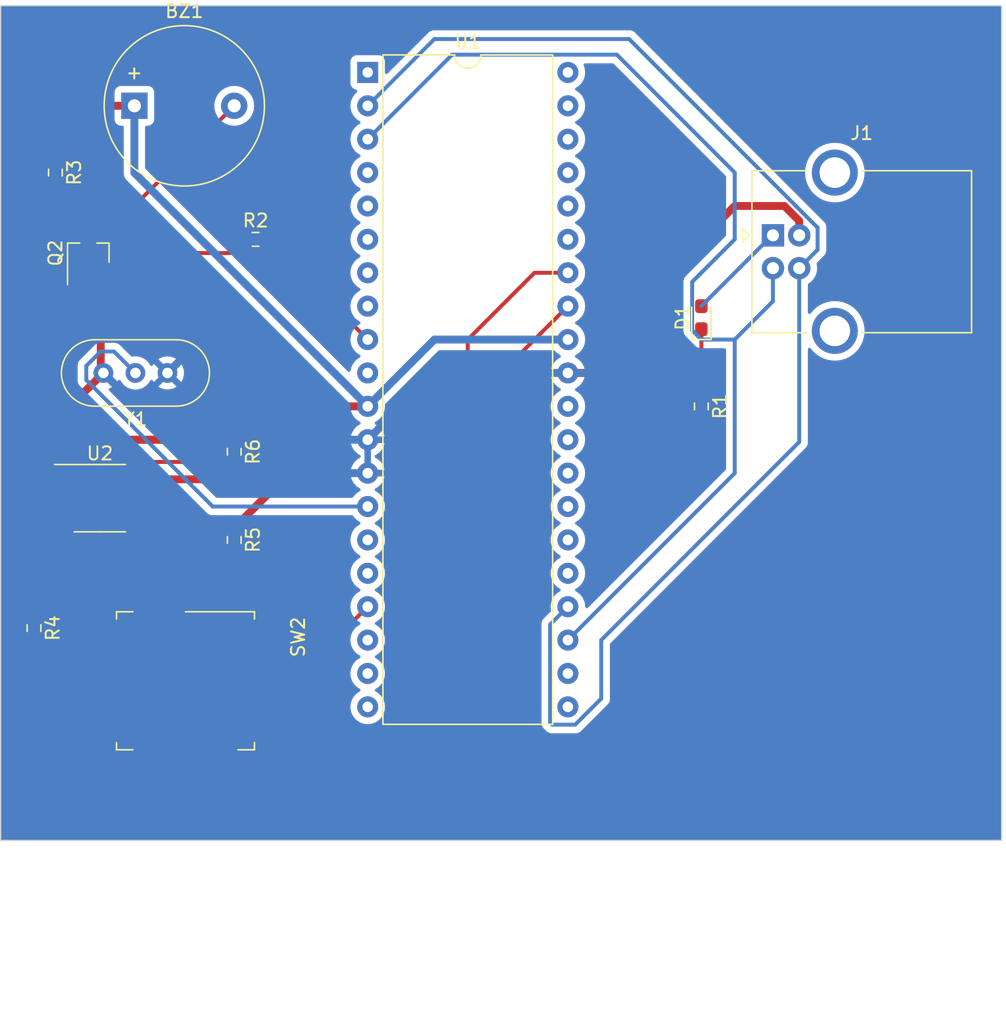
<source format=kicad_pcb>
(kicad_pcb (version 20221018) (generator pcbnew)
  (title_block (title "FLAPPIC-BIRD-PROJECT") (date "2025-10-19") (rev "rev 1.0") (company "ECE Ecole d'ingénieurs-Engineering School"))
  (layers (0 "F.Cu" signal) (31 "B.Cu" signal) (34 "B.Paste" user) (35 "F.Paste" user) (36 "B.SilkS" user "B.Silkscreen") (37 "F.SilkS" user "F.Silkscreen") (38 "B.Mask" user) (39 "F.Mask" user) (44 "Edge.Cuts" user))
  (net 0 "")
  (net 1 "VCC")
  (net 2 "Net-(BZ1-+)")
  (net 3 "Net-(D1-K)")
  (net 4 "Net-(D1-A)")
  (net 5 "Net-(J1-D-)")
  (net 6 "Net-(J1-D+)")
  (net 7 "GND")
  (net 9 "Net-(Q2-B)")
  (net 10 "Net-(U1-CK2SPP{slash}AN6{slash}RE1)")
  (net 11 "Net-(R4-Pad2)")
  (net 12 "Net-(U1-RB1{slash}AN10{slash}INT1{slash}SCK{slash}SCL)")
  (net 13 "Net-(U1-RB0{slash}AN12{slash}INT0{slash}FLT0{slash}SDI{slash}SDA)")
  (net 21 "Net-(U1-RA6{slash}OSC2{slash}CLKO)")
  (net 42 "Net-(SW2-K)")
  (footprint "Resistor_SMD:R_0603_1608Metric_Pad0.98x0.95mm_HandSolder" (layer "F.Cu") (at 111.76 71.12 -90)
    (fp_text reference "R1" (at 0 -1.43 90) (layer "F.SilkS"))
    (fp_text value "4K7")
    (fp_line (start -0.254724 -0.5225) (end 0.254724 -0.5225) (stroke (width 0.12)) (layer "F.SilkS"))
    (fp_line (start -0.254724 0.5225) (end 0.254724 0.5225) (stroke (width 0.12)) (layer "F.SilkS"))
    (pad "1" smd roundrect (at -0.9125 0 270) (size 0.975 0.95) (layers "F.Cu" "F.Paste" "F.Mask") (net 3 "Net-(D1-K)"))
    (pad "2" smd roundrect (at 0.9125 0 270) (size 0.975 0.95) (layers "F.Cu" "F.Paste" "F.Mask") (net 7 "GND"))
  )
  (footprint "Buzzer_Beeper:Buzzer_12x9.5RM7.6" (layer "F.Cu") (at 68.6 48.26)
    (fp_text reference "BZ1" (at 3.8 -7.2) (layer "F.SilkS"))
    (fp_text value "Buzzer")
    (fp_text user "+" (at -0.01 -2.54) (layer "F.SilkS"))
    (fp_circle (center 3.8 0) (end 9.9 0) (stroke (width 0.12)) (fill none) (layer "F.SilkS"))
    (pad "1" thru_hole rect (at 0 0) (size 2 2) (drill 1) (layers "*.Cu" "*.Mask") (net 1 "VCC"))
    (pad "2" thru_hole circle (at 7.6 0) (size 2 2) (drill 1) (layers "*.Cu" "*.Mask") (net 2 "Net-(BZ1-+)"))
  )
  (footprint "Resistor_SMD:R_0603_1608Metric_Pad0.98x0.95mm_HandSolder" (layer "F.Cu") (at 62.5875 53.34 -90)
    (fp_text reference "R3" (at 0 -1.43 90) (layer "F.SilkS"))
    (fp_text value "1K")
    (fp_line (start -0.254724 -0.5225) (end 0.254724 -0.5225) (stroke (width 0.12)) (layer "F.SilkS"))
    (fp_line (start -0.254724 0.5225) (end 0.254724 0.5225) (stroke (width 0.12)) (layer "F.SilkS"))
    (pad "1" smd roundrect (at -0.9125 0 270) (size 0.975 0.95) (layers "F.Cu" "F.Paste" "F.Mask") (net 1 "VCC"))
    (pad "2" smd roundrect (at 0.9125 0 270) (size 0.975 0.95) (layers "F.Cu" "F.Paste" "F.Mask") (net 2 "Net-(BZ1-+)"))
  )
  (footprint "LED_SMD:LED_0603_1608Metric_Pad1.05x0.95mm_HandSolder" (layer "F.Cu") (at 111.76 64.375 90)
    (fp_text reference "D1" (at 0 -1.43 90) (layer "F.SilkS"))
    (fp_text value "LED")
    (fp_line (start -1.66 -0.735) (end -1.66 0.735) (stroke (width 0.12)) (layer "F.SilkS"))
    (fp_line (start -1.66 0.735) (end 0.8 0.735) (stroke (width 0.12)) (layer "F.SilkS"))
    (fp_line (start 0.8 -0.735) (end -1.66 -0.735) (stroke (width 0.12)) (layer "F.SilkS"))
    (pad "1" smd roundrect (at -0.875 0 90) (size 1.05 0.95) (layers "F.Cu" "F.Paste" "F.Mask") (net 3 "Net-(D1-K)"))
    (pad "2" smd roundrect (at 0.875 0 90) (size 1.05 0.95) (layers "F.Cu" "F.Paste" "F.Mask") (net 4 "Net-(D1-A)"))
  )
  (footprint "logos:ECEbis" (layer "F.Cu") (at 124.46 99.06)
    (fp_text reference "G***" hide)
    (fp_text value "LOGO" hide)
  )
  (footprint "Connector_USB:USB_B_OST_USB-B1HSxx_Horizontal" (layer "F.Cu") (at 117.21 58.11)
    (fp_text reference "J1" (at 6.76 -7.77) (layer "F.SilkS"))
    (fp_text value "USB_B")
    (fp_line (start -2.32 -0.5) (end -2.32 0.5) (stroke (width 0.12)) (layer "F.SilkS"))
    (fp_line (start -2.32 0.5) (end -1.82 0) (stroke (width 0.12)) (layer "F.SilkS"))
    (fp_line (start -1.82 0) (end -2.32 -0.5) (stroke (width 0.12)) (layer "F.SilkS"))
    (fp_line (start -1.6 -4.91) (end -1.6 7.41) (stroke (width 0.12)) (layer "F.SilkS"))
    (fp_line (start -1.6 7.41) (end 2.66 7.41) (stroke (width 0.12)) (layer "F.SilkS"))
    (fp_line (start 2.66 -4.91) (end -1.6 -4.91) (stroke (width 0.12)) (layer "F.SilkS"))
    (fp_line (start 6.76 -4.91) (end 15.12 -4.91) (stroke (width 0.12)) (layer "F.SilkS"))
    (fp_line (start 15.12 -4.91) (end 15.12 7.41) (stroke (width 0.12)) (layer "F.SilkS"))
    (fp_line (start 15.12 7.41) (end 6.76 7.41) (stroke (width 0.12)) (layer "F.SilkS"))
    (pad "1" thru_hole rect (at 0 0) (size 1.7 1.7) (drill 0.92) (layers "*.Cu" "*.Mask") (net 4 "Net-(D1-A)"))
    (pad "2" thru_hole circle (at 0 2.5) (size 1.7 1.7) (drill 0.92) (layers "*.Cu" "*.Mask") (net 5 "Net-(J1-D-)"))
    (pad "3" thru_hole circle (at 2 2.5) (size 1.7 1.7) (drill 0.92) (layers "*.Cu" "*.Mask") (net 6 "Net-(J1-D+)"))
    (pad "4" thru_hole circle (at 2 0) (size 1.7 1.7) (drill 0.92) (layers "*.Cu" "*.Mask") (net 7 "GND"))
    (pad "5" thru_hole circle (at 4.71 -4.77) (size 3.5 3.5) (drill 2.33) (layers "*.Cu" "*.Mask"))
    (pad "5" thru_hole circle (at 4.71 7.27) (size 3.5 3.5) (drill 2.33) (layers "*.Cu" "*.Mask"))
  )
  (footprint "Package_TO_SOT_SMD:SOT-23_Handsoldering" (layer "F.Cu") (at 65.09 59.46 90)
    (fp_text reference "Q2" (at 0 -2.5 90) (layer "F.SilkS"))
    (fp_text value "BC846")
    (fp_line (start 0.76 -1.58) (end -2.4 -1.58) (stroke (width 0.12)) (layer "F.SilkS"))
    (fp_line (start 0.76 -1.58) (end 0.76 -0.65) (stroke (width 0.12)) (layer "F.SilkS"))
    (fp_line (start 0.76 1.58) (end -0.7 1.58) (stroke (width 0.12)) (layer "F.SilkS"))
    (fp_line (start 0.76 1.58) (end 0.76 0.65) (stroke (width 0.12)) (layer "F.SilkS"))
    (pad "1" smd rect (at -1.5 -0.95 90) (size 1.9 0.8) (layers "F.Cu" "F.Paste" "F.Mask") (net 9 "Net-(Q2-B)"))
    (pad "2" smd rect (at -1.5 0.95 90) (size 1.9 0.8) (layers "F.Cu" "F.Paste" "F.Mask") (net 7 "GND"))
    (pad "3" smd rect (at 1.5 0 90) (size 1.9 0.8) (layers "F.Cu" "F.Paste" "F.Mask") (net 2 "Net-(BZ1-+)"))
  )
  (footprint "Resistor_SMD:R_0603_1608Metric_Pad0.98x0.95mm_HandSolder" (layer "F.Cu") (at 76.2 81.28 -90)
    (fp_text reference "R5" (at 0 -1.43 90) (layer "F.SilkS"))
    (fp_text value "1K")
    (fp_line (start -0.254724 -0.5225) (end 0.254724 -0.5225) (stroke (width 0.12)) (layer "F.SilkS"))
    (fp_line (start -0.254724 0.5225) (end 0.254724 0.5225) (stroke (width 0.12)) (layer "F.SilkS"))
    (pad "1" smd roundrect (at -0.9125 0 270) (size 0.975 0.95) (layers "F.Cu" "F.Paste" "F.Mask") (net 1 "VCC"))
    (pad "2" smd roundrect (at 0.9125 0 270) (size 0.975 0.95) (layers "F.Cu" "F.Paste" "F.Mask") (net 12 "Net-(U1-RB1{slash}AN10{slash}INT1{slash}SCK{slash}SCL)"))
  )
  (footprint "Resistor_SMD:R_0603_1608Metric_Pad0.98x0.95mm_HandSolder" (layer "F.Cu") (at 77.8275 58.42)
    (fp_text reference "R2" (at 0 -1.43) (layer "F.SilkS"))
    (fp_text value "10K")
    (fp_line (start -0.254724 -0.5225) (end 0.254724 -0.5225) (stroke (width 0.12)) (layer "F.SilkS"))
    (fp_line (start -0.254724 0.5225) (end 0.254724 0.5225) (stroke (width 0.12)) (layer "F.SilkS"))
    (pad "1" smd roundrect (at -0.9125 0) (size 0.975 0.95) (layers "F.Cu" "F.Paste" "F.Mask") (net 9 "Net-(Q2-B)"))
    (pad "2" smd roundrect (at 0.9125 0) (size 0.975 0.95) (layers "F.Cu" "F.Paste" "F.Mask") (net 10 "Net-(U1-CK2SPP{slash}AN6{slash}RE1)"))
  )
  (footprint "Button_Switch_SMD:SW_MEC_5GSH9" (layer "F.Cu") (at 72.49 91.995 -90)
    (fp_text reference "SW2" (at -3.325 -8.575 90) (layer "F.SilkS"))
    (fp_text value "SW_MEC_5E")
    (fp_line (start -5.25 -5.25) (end -5.25 0) (stroke (width 0.12)) (layer "F.SilkS"))
    (fp_line (start -5.25 5.25) (end -5.25 4) (stroke (width 0.12)) (layer "F.SilkS"))
    (fp_line (start -4.7 -5.25) (end -5.25 -5.25) (stroke (width 0.12)) (layer "F.SilkS"))
    (fp_line (start -4.7 5.25) (end -5.25 5.25) (stroke (width 0.12)) (layer "F.SilkS"))
    (fp_line (start 4.7 -5.25) (end 5.25 -5.25) (stroke (width 0.12)) (layer "F.SilkS"))
    (fp_line (start 4.7 5.25) (end 5.25 5.25) (stroke (width 0.12)) (layer "F.SilkS"))
    (fp_line (start 5.25 -5.25) (end 5.25 -4) (stroke (width 0.12)) (layer "F.SilkS"))
    (fp_line (start 5.25 5.25) (end 5.25 4) (stroke (width 0.12)) (layer "F.SilkS"))
    (pad "1" smd rect (at -3.81 -6.25) (size 2.5 1.2) (layers "F.Cu" "F.Paste" "F.Mask"))
    (pad "2" smd rect (at -3.81 6.25) (size 2.5 1.2) (layers "F.Cu" "F.Paste" "F.Mask") (net 11 "Net-(R4-Pad2)"))
    (pad "3" smd rect (at 3.81 -6.25) (size 2.5 1.2) (layers "F.Cu" "F.Paste" "F.Mask") (net 42 "Net-(SW2-K)"))
    (pad "4" smd rect (at 3.81 6.25) (size 2.5 1.2) (layers "F.Cu" "F.Paste" "F.Mask"))
  )
  (footprint "Package_DIP:DIP-40_W15.24mm" (layer "F.Cu") (at 86.36 45.72)
    (fp_text reference "U1" (at 7.62 -2.33) (layer "F.SilkS"))
    (fp_text value "PIC18F4550-IP")
    (fp_line (start 1.16 -1.33) (end 1.16 49.59) (stroke (width 0.12)) (layer "F.SilkS"))
    (fp_line (start 1.16 49.59) (end 14.08 49.59) (stroke (width 0.12)) (layer "F.SilkS"))
    (fp_line (start 6.62 -1.33) (end 1.16 -1.33) (stroke (width 0.12)) (layer "F.SilkS"))
    (fp_line (start 14.08 -1.33) (end 8.62 -1.33) (stroke (width 0.12)) (layer "F.SilkS"))
    (fp_line (start 14.08 49.59) (end 14.08 -1.33) (stroke (width 0.12)) (layer "F.SilkS"))
    (fp_arc (start 8.62 -1.33) (mid 7.62 -0.33) (end 6.62 -1.33) (stroke (width 0.12)) (layer "F.SilkS"))
    (pad "1" thru_hole rect (at 0 0) (size 1.6 1.6) (drill 0.8) (layers "*.Cu" "*.Mask"))
    (pad "2" thru_hole oval (at 0 2.54) (size 1.6 1.6) (drill 0.8) (layers "*.Cu" "*.Mask") (net 6 "Net-(J1-D+)"))
    (pad "3" thru_hole oval (at 0 5.08) (size 1.6 1.6) (drill 0.8) (layers "*.Cu" "*.Mask") (net 5 "Net-(J1-D-)"))
    (pad "4" thru_hole oval (at 0 7.62) (size 1.6 1.6) (drill 0.8) (layers "*.Cu" "*.Mask"))
    (pad "5" thru_hole oval (at 0 10.16) (size 1.6 1.6) (drill 0.8) (layers "*.Cu" "*.Mask"))
    (pad "6" thru_hole oval (at 0 12.7) (size 1.6 1.6) (drill 0.8) (layers "*.Cu" "*.Mask"))
    (pad "7" thru_hole oval (at 0 15.24) (size 1.6 1.6) (drill 0.8) (layers "*.Cu" "*.Mask"))
    (pad "8" thru_hole oval (at 0 17.78) (size 1.6 1.6) (drill 0.8) (layers "*.Cu" "*.Mask"))
    (pad "9" thru_hole oval (at 0 20.32) (size 1.6 1.6) (drill 0.8) (layers "*.Cu" "*.Mask") (net 10 "Net-(U1-CK2SPP{slash}AN6{slash}RE1)"))
    (pad "10" thru_hole oval (at 0 22.86) (size 1.6 1.6) (drill 0.8) (layers "*.Cu" "*.Mask"))
    (pad "11" thru_hole oval (at 0 25.4) (size 1.6 1.6) (drill 0.8) (layers "*.Cu" "*.Mask") (net 1 "VCC"))
    (pad "12" thru_hole oval (at 0 27.94) (size 1.6 1.6) (drill 0.8) (layers "*.Cu" "*.Mask") (net 7 "GND"))
    (pad "13" thru_hole oval (at 0 30.48) (size 1.6 1.6) (drill 0.8) (layers "*.Cu" "*.Mask") (net 7 "GND"))
    (pad "14" thru_hole oval (at 0 33.02) (size 1.6 1.6) (drill 0.8) (layers "*.Cu" "*.Mask") (net 21 "Net-(U1-RA6{slash}OSC2{slash}CLKO)"))
    (pad "15" thru_hole oval (at 0 35.56) (size 1.6 1.6) (drill 0.8) (layers "*.Cu" "*.Mask"))
    (pad "16" thru_hole oval (at 0 38.1) (size 1.6 1.6) (drill 0.8) (layers "*.Cu" "*.Mask"))
    (pad "17" thru_hole oval (at 0 40.64) (size 1.6 1.6) (drill 0.8) (layers "*.Cu" "*.Mask") (net 42 "Net-(SW2-K)"))
    (pad "18" thru_hole oval (at 0 43.18) (size 1.6 1.6) (drill 0.8) (layers "*.Cu" "*.Mask"))
    (pad "19" thru_hole oval (at 0 45.72) (size 1.6 1.6) (drill 0.8) (layers "*.Cu" "*.Mask"))
    (pad "20" thru_hole oval (at 0 48.26) (size 1.6 1.6) (drill 0.8) (layers "*.Cu" "*.Mask"))
    (pad "21" thru_hole oval (at 15.24 48.26) (size 1.6 1.6) (drill 0.8) (layers "*.Cu" "*.Mask"))
    (pad "22" thru_hole oval (at 15.24 45.72) (size 1.6 1.6) (drill 0.8) (layers "*.Cu" "*.Mask"))
    (pad "23" thru_hole oval (at 15.24 43.18) (size 1.6 1.6) (drill 0.8) (layers "*.Cu" "*.Mask") (net 5 "Net-(J1-D-)"))
    (pad "24" thru_hole oval (at 15.24 40.64) (size 1.6 1.6) (drill 0.8) (layers "*.Cu" "*.Mask") (net 6 "Net-(J1-D+)"))
    (pad "25" thru_hole oval (at 15.24 38.1) (size 1.6 1.6) (drill 0.8) (layers "*.Cu" "*.Mask"))
    (pad "26" thru_hole oval (at 15.24 35.56) (size 1.6 1.6) (drill 0.8) (layers "*.Cu" "*.Mask"))
    (pad "27" thru_hole oval (at 15.24 33.02) (size 1.6 1.6) (drill 0.8) (layers "*.Cu" "*.Mask"))
    (pad "28" thru_hole oval (at 15.24 30.48) (size 1.6 1.6) (drill 0.8) (layers "*.Cu" "*.Mask"))
    (pad "29" thru_hole oval (at 15.24 27.94) (size 1.6 1.6) (drill 0.8) (layers "*.Cu" "*.Mask"))
    (pad "30" thru_hole oval (at 15.24 25.4) (size 1.6 1.6) (drill 0.8) (layers "*.Cu" "*.Mask"))
    (pad "31" thru_hole oval (at 15.24 22.86) (size 1.6 1.6) (drill 0.8) (layers "*.Cu" "*.Mask") (net 7 "GND"))
    (pad "32" thru_hole oval (at 15.24 20.32) (size 1.6 1.6) (drill 0.8) (layers "*.Cu" "*.Mask") (net 1 "VCC"))
    (pad "33" thru_hole oval (at 15.24 17.78) (size 1.6 1.6) (drill 0.8) (layers "*.Cu" "*.Mask") (net 13 "Net-(U1-RB0{slash}AN12{slash}INT0{slash}FLT0{slash}SDI{slash}SDA)"))
    (pad "34" thru_hole oval (at 15.24 15.24) (size 1.6 1.6) (drill 0.8) (layers "*.Cu" "*.Mask") (net 12 "Net-(U1-RB1{slash}AN10{slash}INT1{slash}SCK{slash}SCL)"))
    (pad "35" thru_hole oval (at 15.24 12.7) (size 1.6 1.6) (drill 0.8) (layers "*.Cu" "*.Mask"))
    (pad "36" thru_hole oval (at 15.24 10.16) (size 1.6 1.6) (drill 0.8) (layers "*.Cu" "*.Mask"))
    (pad "37" thru_hole oval (at 15.24 7.62) (size 1.6 1.6) (drill 0.8) (layers "*.Cu" "*.Mask"))
    (pad "38" thru_hole oval (at 15.24 5.08) (size 1.6 1.6) (drill 0.8) (layers "*.Cu" "*.Mask"))
    (pad "39" thru_hole oval (at 15.24 2.54) (size 1.6 1.6) (drill 0.8) (layers "*.Cu" "*.Mask"))
    (pad "40" thru_hole oval (at 15.24 0) (size 1.6 1.6) (drill 0.8) (layers "*.Cu" "*.Mask"))
  )
  (footprint "Resistor_SMD:R_0603_1608Metric_Pad0.98x0.95mm_HandSolder" (layer "F.Cu") (at 60.96 87.9875 -90)
    (fp_text reference "R4" (at 0 -1.43 90) (layer "F.SilkS"))
    (fp_text value "220")
    (fp_line (start -0.254724 -0.5225) (end 0.254724 -0.5225) (stroke (width 0.12)) (layer "F.SilkS"))
    (fp_line (start -0.254724 0.5225) (end 0.254724 0.5225) (stroke (width 0.12)) (layer "F.SilkS"))
    (pad "1" smd roundrect (at -0.9125 0 270) (size 0.975 0.95) (layers "F.Cu" "F.Paste" "F.Mask") (net 1 "VCC"))
    (pad "2" smd roundrect (at 0.9125 0 270) (size 0.975 0.95) (layers "F.Cu" "F.Paste" "F.Mask") (net 11 "Net-(R4-Pad2)"))
  )
  (footprint "Package_SO:SOIC-8_3.9x4.9mm_P1.27mm" (layer "F.Cu") (at 65.975 78.105)
    (fp_text reference "U2" (at 0 -3.4) (layer "F.SilkS"))
    (fp_text value "M24C02-WMN")
    (fp_line (start 0 -2.56) (end -3.45 -2.56) (stroke (width 0.12)) (layer "F.SilkS"))
    (fp_line (start 0 -2.56) (end 1.95 -2.56) (stroke (width 0.12)) (layer "F.SilkS"))
    (fp_line (start 0 2.56) (end -1.95 2.56) (stroke (width 0.12)) (layer "F.SilkS"))
    (fp_line (start 0 2.56) (end 1.95 2.56) (stroke (width 0.12)) (layer "F.SilkS"))
    (pad "1" smd roundrect (at -2.475 -1.905) (size 1.95 0.6) (layers "F.Cu" "F.Paste" "F.Mask") (net 1 "VCC"))
    (pad "2" smd roundrect (at -2.475 -0.635) (size 1.95 0.6) (layers "F.Cu" "F.Paste" "F.Mask") (net 7 "GND"))
    (pad "3" smd roundrect (at -2.475 0.635) (size 1.95 0.6) (layers "F.Cu" "F.Paste" "F.Mask") (net 7 "GND"))
    (pad "4" smd roundrect (at -2.475 1.905) (size 1.95 0.6) (layers "F.Cu" "F.Paste" "F.Mask") (net 7 "GND"))
    (pad "5" smd roundrect (at 2.475 1.905) (size 1.95 0.6) (layers "F.Cu" "F.Paste" "F.Mask") (net 13 "Net-(U1-RB0{slash}AN12{slash}INT0{slash}FLT0{slash}SDI{slash}SDA)"))
    (pad "6" smd roundrect (at 2.475 0.635) (size 1.95 0.6) (layers "F.Cu" "F.Paste" "F.Mask") (net 12 "Net-(U1-RB1{slash}AN10{slash}INT1{slash}SCK{slash}SCL)"))
    (pad "7" smd roundrect (at 2.475 -0.635) (size 1.95 0.6) (layers "F.Cu" "F.Paste" "F.Mask") (net 1 "VCC"))
    (pad "8" smd roundrect (at 2.475 -1.905) (size 1.95 0.6) (layers "F.Cu" "F.Paste" "F.Mask") (net 1 "VCC"))
  )
  (footprint "Crystal:Crystal_HC49-U-3Pin_Vertical" (layer "F.Cu") (at 71.12 68.58 180)
    (fp_text reference "Y1" (at 2.44 -3.525) (layer "F.SilkS"))
    (fp_text value "Crystal_GND3")
    (fp_line (start -0.685 -2.525) (end 5.565 -2.525) (stroke (width 0.12)) (layer "F.SilkS"))
    (fp_line (start -0.685 2.525) (end 5.565 2.525) (stroke (width 0.12)) (layer "F.SilkS"))
    (fp_arc (start -0.685 2.525) (mid -3.21 0) (end -0.685 -2.525) (stroke (width 0.12)) (layer "F.SilkS"))
    (fp_arc (start 5.565 -2.525) (mid 8.09 0) (end 5.565 2.525) (stroke (width 0.12)) (layer "F.SilkS"))
    (pad "1" thru_hole circle (at 0 0 180) (size 1.5 1.5) (drill 0.8) (layers "*.Cu" "*.Mask") (net 7 "GND"))
    (pad "2" thru_hole circle (at 2.44 0 180) (size 1.5 1.5) (drill 0.8) (layers "*.Cu" "*.Mask") (net 21 "Net-(U1-RA6{slash}OSC2{slash}CLKO)"))
    (pad "3" thru_hole circle (at 4.88 0 180) (size 1.5 1.5) (drill 0.8) (layers "*.Cu" "*.Mask") (net 7 "GND"))
  )
  (footprint "Resistor_SMD:R_0603_1608Metric_Pad0.98x0.95mm_HandSolder" (layer "F.Cu") (at 76.2 74.5725 -90)
    (fp_text reference "R6" (at 0 -1.43 90) (layer "F.SilkS"))
    (fp_text value "1K")
    (fp_line (start -0.254724 -0.5225) (end 0.254724 -0.5225) (stroke (width 0.12)) (layer "F.SilkS"))
    (fp_line (start -0.254724 0.5225) (end 0.254724 0.5225) (stroke (width 0.12)) (layer "F.SilkS"))
    (pad "1" smd roundrect (at -0.9125 0 270) (size 0.975 0.95) (layers "F.Cu" "F.Paste" "F.Mask") (net 1 "VCC"))
    (pad "2" smd roundrect (at 0.9125 0 270) (size 0.975 0.95) (layers "F.Cu" "F.Paste" "F.Mask") (net 13 "Net-(U1-RB0{slash}AN12{slash}INT0{slash}FLT0{slash}SDI{slash}SDA)"))
  )
  (gr_rect (start 58.42 40.64) (end 134.62 104.14) (stroke (width 0.1)) (fill none) (layer "Edge.Cuts"))
  (segment (start 76.2 80.3675) (end 78.74 77.8275) (width 0.6) (layer "F.Cu") (net 1))
  (segment (start 78.74 77.8275) (end 78.74 73.66) (width 0.6) (layer "F.Cu") (net 1))
  (segment (start 67.025 81.01) (end 67.107918 81.01) (width 0.6) (layer "F.Cu") (net 1))
  (segment (start 67.822969 73.66) (end 76.2 73.66) (width 0.6) (layer "F.Cu") (net 1))
  (segment (start 66.04 73.66) (end 63.5 76.2) (width 0.6) (layer "F.Cu") (net 1))
  (segment (start 69.2475 76.6725) (end 76.825825 76.6725) (width 0.6) (layer "F.Cu") (net 1))
  (segment (start 77.375 74.835) (end 76.2 73.66) (width 0.6) (layer "F.Cu") (net 1))
  (segment (start 66.755 48.26) (end 68.6 48.26) (width 0.6) (layer "F.Cu") (net 1))
  (segment (start 67.107918 81.01) (end 65.19 79.092082) (width 0.6) (layer "F.Cu") (net 1))
  (segment (start 77.375 76.123325) (end 77.375 74.835) (width 0.6) (layer "F.Cu") (net 1))
  (segment (start 68.45 77.47) (end 69.2475 76.6725) (width 0.6) (layer "F.Cu") (net 1))
  (segment (start 76.2 73.66) (end 78.74 71.12) (width 0.6) (layer "F.Cu") (net 1))
  (segment (start 78.74 73.66) (end 76.2 73.66) (width 0.6) (layer "F.Cu") (net 1))
  (segment (start 76.2 73.66) (end 66.04 73.66) (width 0.6) (layer "F.Cu") (net 1))
  (segment (start 60.96 87.075) (end 67.025 81.01) (width 0.6) (layer "F.Cu") (net 1))
  (segment (start 78.74 71.12) (end 86.36 71.12) (width 0.6) (layer "F.Cu") (net 1))
  (segment (start 65.19 79.092082) (end 65.19 76.292969) (width 0.6) (layer "F.Cu") (net 1))
  (segment (start 65.19 76.292969) (end 67.822969 73.66) (width 0.6) (layer "F.Cu") (net 1))
  (segment (start 68.45 76.2) (end 68.45 77.47) (width 0.6) (layer "F.Cu") (net 1))
  (segment (start 76.825825 76.6725) (end 77.375 76.123325) (width 0.6) (layer "F.Cu") (net 1))
  (segment (start 62.5875 52.4275) (end 66.755 48.26) (width 0.6) (layer "F.Cu") (net 1))
  (segment (start 86.36 71.12) (end 68.6 53.36) (width 0.6) (layer "B.Cu") (net 1))
  (segment (start 101.6 66.04) (end 91.44 66.04) (width 0.6) (layer "B.Cu") (net 1))
  (segment (start 91.44 66.04) (end 86.36 71.12) (width 0.6) (layer "B.Cu") (net 1))
  (segment (start 68.6 53.36) (end 68.6 48.26) (width 0.6) (layer "B.Cu") (net 1))
  (segment (start 62.5875 54.2525) (end 62.5875 55.4575) (width 0.3) (layer "F.Cu") (net 2))
  (segment (start 62.5875 55.4575) (end 65.09 57.96) (width 0.3) (layer "F.Cu") (net 2))
  (segment (start 66.5 57.96) (end 76.2 48.26) (width 0.3) (layer "F.Cu") (net 2))
  (segment (start 65.09 57.96) (end 66.5 57.96) (width 0.3) (layer "F.Cu") (net 2))
  (segment (start 111.76 65.25) (end 111.76 70.2075) (width 0.3) (layer "F.Cu") (net 3))
  (segment (start 117.21 58.11) (end 117.15 58.11) (width 0.3) (layer "B.Cu") (net 4))
  (segment (start 117.15 58.11) (end 111.76 63.5) (width 0.3) (layer "B.Cu") (net 4))
  (segment (start 111.06 61.66) (end 111.06 65.34) (width 0.3) (layer "B.Cu") (net 5))
  (segment (start 111.06 65.34) (end 111.76 66.04) (width 0.3) (layer "B.Cu") (net 5))
  (segment (start 105.33 44.37) (end 114.3 53.34) (width 0.3) (layer "B.Cu") (net 5))
  (segment (start 114.3 76.2) (end 101.6 88.9) (width 0.3) (layer "B.Cu") (net 5))
  (segment (start 117.21 63.13) (end 114.3 66.04) (width 0.3) (layer "B.Cu") (net 5))
  (segment (start 111.76 66.04) (end 114.3 66.04) (width 0.3) (layer "B.Cu") (net 5))
  (segment (start 92.79 44.37) (end 105.33 44.37) (width 0.3) (layer "B.Cu") (net 5))
  (segment (start 114.3 66.04) (end 114.3 76.2) (width 0.3) (layer "B.Cu") (net 5))
  (segment (start 114.3 58.42) (end 111.06 61.66) (width 0.3) (layer "B.Cu") (net 5))
  (segment (start 86.36 50.8) (end 92.79 44.37) (width 0.3) (layer "B.Cu") (net 5))
  (segment (start 117.21 60.61) (end 117.21 63.13) (width 0.3) (layer "B.Cu") (net 5))
  (segment (start 114.3 53.34) (end 114.3 58.42) (width 0.3) (layer "B.Cu") (net 5))
  (segment (start 100.41 95.33) (end 100.25 95.17) (width 0.3) (layer "B.Cu") (net 6))
  (segment (start 120.61 57.530101) (end 120.61 59.21) (width 0.3) (layer "B.Cu") (net 6))
  (segment (start 91.44 43.18) (end 106.259899 43.18) (width 0.3) (layer "B.Cu") (net 6))
  (segment (start 104.14 88.9) (end 104.14 93.349189) (width 0.3) (layer "B.Cu") (net 6))
  (segment (start 120.61 59.21) (end 119.21 60.61) (width 0.3) (layer "B.Cu") (net 6))
  (segment (start 100.25 87.71) (end 101.6 86.36) (width 0.3) (layer "B.Cu") (net 6))
  (segment (start 100.25 95.17) (end 100.25 87.71) (width 0.3) (layer "B.Cu") (net 6))
  (segment (start 119.21 60.61) (end 119.21 73.83) (width 0.3) (layer "B.Cu") (net 6))
  (segment (start 86.36 48.26) (end 91.44 43.18) (width 0.3) (layer "B.Cu") (net 6))
  (segment (start 106.259899 43.18) (end 120.61 57.530101) (width 0.3) (layer "B.Cu") (net 6))
  (segment (start 104.14 93.349189) (end 102.159189 95.33) (width 0.3) (layer "B.Cu") (net 6))
  (segment (start 102.159189 95.33) (end 100.41 95.33) (width 0.3) (layer "B.Cu") (net 6))
  (segment (start 119.21 73.83) (end 104.14 88.9) (width 0.3) (layer "B.Cu") (net 6))
  (segment (start 108.3075 68.58) (end 108.3075 61.8725) (width 0.6) (layer "F.Cu") (net 7))
  (segment (start 66.04 68.38) (end 66.24 68.58) (width 0.6) (layer "F.Cu") (net 7))
  (segment (start 61.825 76.702082) (end 61.825 72.995) (width 0.6) (layer "F.Cu") (net 7))
  (segment (start 63.5 77.47) (end 62.592918 77.47) (width 0.6) (layer "F.Cu") (net 7))
  (segment (start 118.08 55.88) (end 119.21 57.01) (width 0.6) (layer "F.Cu") (net 7))
  (segment (start 111.76 72.0325) (end 108.3075 68.58) (width 0.6) (layer "F.Cu") (net 7))
  (segment (start 108.3075 61.8725) (end 114.3 55.88) (width 0.6) (layer "F.Cu") (net 7))
  (segment (start 63.5 78.74) (end 63.5 77.47) (width 0.6) (layer "F.Cu") (net 7))
  (segment (start 108.3075 68.58) (end 101.6 68.58) (width 0.6) (layer "F.Cu") (net 7))
  (segment (start 119.21 57.01) (end 119.21 58.11) (width 0.6) (layer "F.Cu") (net 7))
  (segment (start 62.592918 77.47) (end 61.825 76.702082) (width 0.6) (layer "F.Cu") (net 7))
  (segment (start 114.3 55.88) (end 118.08 55.88) (width 0.6) (layer "F.Cu") (net 7))
  (segment (start 63.5 80.01) (end 63.5 78.74) (width 0.6) (layer "F.Cu") (net 7))
  (segment (start 61.825 72.995) (end 66.24 68.58) (width 0.6) (layer "F.Cu") (net 7))
  (segment (start 66.04 60.96) (end 66.04 68.38) (width 0.6) (layer "F.Cu") (net 7))
  (segment (start 76.2 68.58) (end 83.82 76.2) (width 0.6) (layer "B.Cu") (net 7))
  (segment (start 71.12 68.58) (end 73.66 66.04) (width 0.6) (layer "B.Cu") (net 7))
  (segment (start 68.58 70.92) (end 68.58 71.12) (width 0.6) (layer "B.Cu") (net 7))
  (segment (start 91.44 68.58) (end 86.36 73.66) (width 0.6) (layer "B.Cu") (net 7))
  (segment (start 101.6 68.58) (end 91.44 68.58) (width 0.6) (layer "B.Cu") (net 7))
  (segment (start 66.24 68.58) (end 68.58 70.92) (width 0.6) (layer "B.Cu") (net 7))
  (segment (start 83.82 73.66) (end 86.36 73.66) (width 0.6) (layer "B.Cu") (net 7))
  (segment (start 68.58 71.12) (end 71.12 71.12) (width 0.6) (layer "B.Cu") (net 7))
  (segment (start 76.2 66.04) (end 83.82 73.66) (width 0.6) (layer "B.Cu") (net 7))
  (segment (start 71.12 71.12) (end 73.66 68.58) (width 0.6) (layer "B.Cu") (net 7))
  (segment (start 73.66 68.58) (end 76.2 68.58) (width 0.6) (layer "B.Cu") (net 7))
  (segment (start 73.66 66.04) (end 76.2 66.04) (width 0.6) (layer "B.Cu") (net 7))
  (segment (start 83.82 76.2) (end 86.36 76.2) (width 0.6) (layer "B.Cu") (net 7))
  (segment (start 64.14 60.32) (end 65 59.46) (width 0.3) (layer "F.Cu") (net 9))
  (segment (start 65 59.46) (end 75.875 59.46) (width 0.3) (layer "F.Cu") (net 9))
  (segment (start 75.875 59.46) (end 76.915 58.42) (width 0.3) (layer "F.Cu") (net 9))
  (segment (start 64.14 60.96) (end 64.14 60.32) (width 0.3) (layer "F.Cu") (net 9))
  (segment (start 78.74 58.42) (end 86.36 66.04) (width 0.3) (layer "F.Cu") (net 10))
  (segment (start 60.96 88.9) (end 61.675 88.185) (width 0.3) (layer "F.Cu") (net 11))
  (segment (start 61.675 88.185) (end 66.24 88.185) (width 0.3) (layer "F.Cu") (net 11))
  (segment (start 72.7475 78.74) (end 68.45 78.74) (width 0.3) (layer "F.Cu") (net 12))
  (segment (start 68.45 78.74) (end 69.144949 78.74) (width 0.3) (layer "F.Cu") (net 12))
  (segment (start 93.98 88.9) (end 93.98 66.04) (width 0.3) (layer "F.Cu") (net 12))
  (segment (start 93.98 66.04) (end 99.06 60.96) (width 0.3) (layer "F.Cu") (net 12))
  (segment (start 83.82 99.06) (end 93.98 88.9) (width 0.3) (layer "F.Cu") (net 12))
  (segment (start 76.2 82.1925) (end 72.7475 78.74) (width 0.3) (layer "F.Cu") (net 12))
  (segment (start 71.12 80.715051) (end 71.12 93.98) (width 0.3) (layer "F.Cu") (net 12))
  (segment (start 99.06 60.96) (end 101.6 60.96) (width 0.3) (layer "F.Cu") (net 12))
  (segment (start 69.144949 78.74) (end 71.12 80.715051) (width 0.3) (layer "F.Cu") (net 12))
  (segment (start 71.12 93.98) (end 76.2 99.06) (width 0.3) (layer "F.Cu") (net 12))
  (segment (start 76.2 99.06) (end 83.82 99.06) (width 0.3) (layer "F.Cu") (net 12))
  (segment (start 73.66 101.6) (end 86.36 101.6) (width 0.3) (layer "F.Cu") (net 13))
  (segment (start 96.52 68.58) (end 101.6 63.5) (width 0.3) (layer "F.Cu") (net 13))
  (segment (start 68.45 96.39) (end 73.66 101.6) (width 0.3) (layer "F.Cu") (net 13))
  (segment (start 96.52 91.44) (end 96.52 68.58) (width 0.3) (layer "F.Cu") (net 13))
  (segment (start 68.45 80.01) (end 68.45 96.39) (width 0.3) (layer "F.Cu") (net 13))
  (segment (start 86.36 101.6) (end 96.52 91.44) (width 0.3) (layer "F.Cu") (net 13))
  (segment (start 76.065 75.35) (end 67.335051 75.35) (width 0.3) (layer "F.Cu") (net 13))
  (segment (start 66.04 78.74) (end 67.31 80.01) (width 0.3) (layer "F.Cu") (net 13))
  (segment (start 68.45 88.465) (end 68.58 88.595) (width 0.3) (layer "F.Cu") (net 13))
  (segment (start 67.31 80.01) (end 68.45 80.01) (width 0.3) (layer "F.Cu") (net 13))
  (segment (start 76.2 75.485) (end 76.065 75.35) (width 0.3) (layer "F.Cu") (net 13))
  (segment (start 67.335051 75.35) (end 66.04 76.645051) (width 0.3) (layer "F.Cu") (net 13))
  (segment (start 66.04 76.645051) (end 66.04 78.74) (width 0.3) (layer "F.Cu") (net 13))
  (segment (start 64.94 68.041522) (end 64.94 69.118478) (width 0.3) (layer "B.Cu") (net 21))
  (segment (start 68.68 68.58) (end 67.05 66.95) (width 0.3) (layer "B.Cu") (net 21))
  (segment (start 66.031522 66.95) (end 64.94 68.041522) (width 0.3) (layer "B.Cu") (net 21))
  (segment (start 74.561522 78.74) (end 86.36 78.74) (width 0.3) (layer "B.Cu") (net 21))
  (segment (start 64.94 69.118478) (end 74.561522 78.74) (width 0.3) (layer "B.Cu") (net 21))
  (segment (start 67.05 66.95) (end 66.031522 66.95) (width 0.3) (layer "B.Cu") (net 21))
  (segment (start 78.74 95.805) (end 78.74 93.98) (width 0.3) (layer "F.Cu") (net 42))
  (segment (start 78.74 93.98) (end 86.36 86.36) (width 0.3) (layer "F.Cu") (net 42))
  (zone (net 7) (net_name "GND") (layer "B.Cu") (connect_pads (clearance 0.508)) (min_thickness 0.254) (fill yes (thermal_gap 0.5) (thermal_bridge_width 0.5))
    (polygon (pts (xy 58.42 40.64) (xy 58.42 104.14) (xy 134.62 104.14) (xy 134.62 40.64)))
  )
)
</source>
